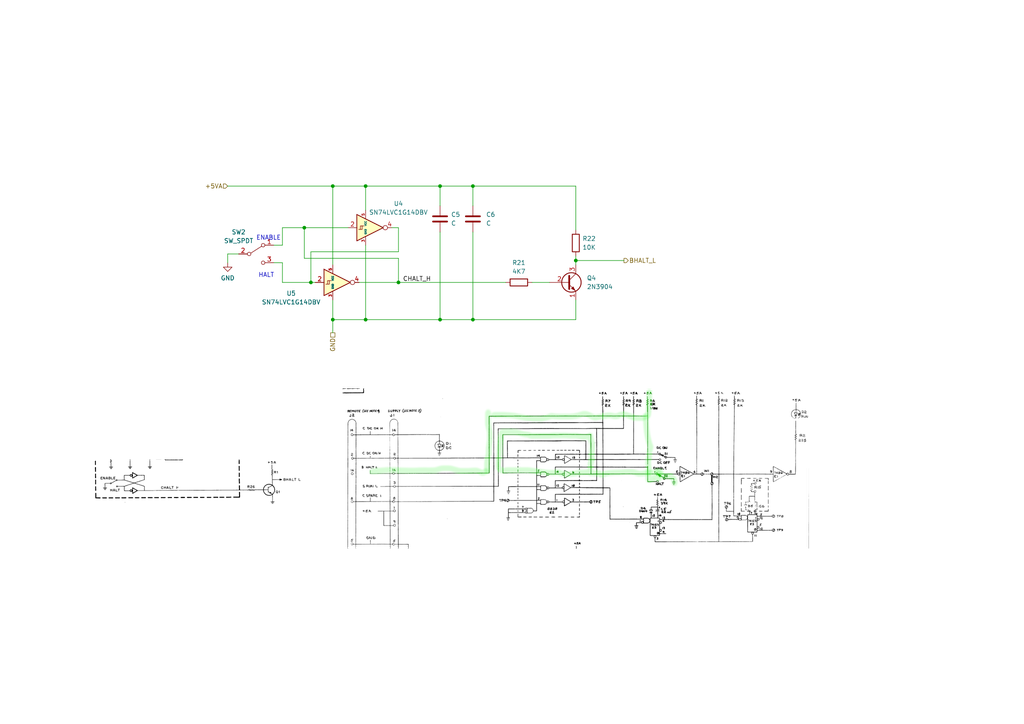
<source format=kicad_sch>
(kicad_sch (version 20230121) (generator eeschema)
  (paper "A4")
  (lib_symbols
    (symbol "74xGxx:SN74LVC1G14DBV"
      (property "Reference" "U" (at -2.54 5.08 0))
      (property "Value" "SN74LVC1G14DBV" (at 10.16 5.08 0))
      (symbol "SN74LVC1G14DBV_0_1"
        (polyline (pts (xy -1.016 0.508) (xy -0.508 0.508)))
        (polyline (pts (xy -2.54 3.81) (xy -2.54 -3.81) (xy 5.08 0) (xy -2.54 3.81)) (stroke (width 0.254)) (fill (type background)))
        (polyline (pts (xy -1.524 -0.508) (xy -1.524 0.508) (xy -1.016 0.508) (xy -1.016 -0.508) (xy -2.032 -0.508)))
        (circle (center 5.715 0) (radius 0.635))
      )
      (symbol "SN74LVC1G14DBV_1_1"
        (pin no_connect line (at 5.08 0 180) (length 2.54) hide (name "NC") (number "1"))
        (pin input line (at -5.08 0 0) (length 2.54) (name "~") (number "2"))
        (pin power_in line (at 0 -5.08 90) (length 2.54) (name "GND") (number "3"))
        (pin output line (at 7.62 0 180) (length 1.27) (name "~") (number "4"))
        (pin power_in line (at 0 5.08 270) (length 2.54) (name "VCC") (number "5"))
      )
    )
    (symbol "Device:C" (pin_numbers hide) (pin_names (offset 0.254))
      (property "Reference" "C" (at 0.635 2.54 0))
      (property "Value" "C" (at 0.635 -2.54 0))
      (symbol "C_0_1"
        (polyline (pts (xy -2.032 -0.762) (xy 2.032 -0.762)) (stroke (width 0.508)))
        (polyline (pts (xy -2.032 0.762) (xy 2.032 0.762)) (stroke (width 0.508)))
      )
      (symbol "C_1_1"
        (pin passive line (at 0 3.81 270) (length 2.794) (name "~") (number "1"))
        (pin passive line (at 0 -3.81 90) (length 2.794) (name "~") (number "2"))
      )
    )
    (symbol "Device:R" (pin_numbers hide) (pin_names (offset 0))
      (property "Reference" "R" (at 2.032 0 90))
      (property "Value" "R" (at 0 0 90))
      (symbol "R_0_1"
        (rectangle (start -1.016 -2.54) (end 1.016 2.54) (stroke (width 0.254)))
      )
      (symbol "R_1_1"
        (pin passive line (at 0 3.81 270) (length 1.27) (name "~") (number "1"))
        (pin passive line (at 0 -3.81 90) (length 1.27) (name "~") (number "2"))
      )
    )
    (symbol "Switch:SW_SPDT" (pin_names (offset 0) hide)
      (property "Reference" "SW" (at 0 4.318 0))
      (property "Value" "SW_SPDT" (at 0 -5.08 0))
      (symbol "SW_SPDT_0_0"
        (circle (center -2.032 0) (radius 0.508))
        (circle (center 2.032 -2.54) (radius 0.508))
      )
      (symbol "SW_SPDT_0_1"
        (polyline (pts (xy -1.524 0.254) (xy 1.651 2.286)))
        (circle (center 2.032 2.54) (radius 0.508))
      )
      (symbol "SW_SPDT_1_1"
        (pin passive line (at 5.08 2.54 180) (length 2.54) (name "A") (number "1"))
        (pin passive line (at -5.08 0 0) (length 2.54) (name "B") (number "2"))
        (pin passive line (at 5.08 -2.54 180) (length 2.54) (name "C") (number "3"))
      )
    )
    (symbol "Transistor_BJT:2N3904" (pin_names (offset 0) hide)
      (property "Reference" "Q" (at 5.08 1.905 0))
      (property "Value" "2N3904" (at 5.08 0 0))
      (symbol "2N3904_0_1"
        (polyline (pts (xy 0.635 0.635) (xy 2.54 2.54)))
        (polyline (pts (xy 0.635 -0.635) (xy 2.54 -2.54) (xy 2.54 -2.54)))
        (polyline (pts (xy 0.635 1.905) (xy 0.635 -1.905) (xy 0.635 -1.905)) (stroke (width 0.508)))
        (polyline (pts (xy 1.27 -1.778) (xy 1.778 -1.27) (xy 2.286 -2.286) (xy 1.27 -1.778) (xy 1.27 -1.778)) (fill (type outline)))
        (circle (center 1.27 0) (radius 2.8194) (stroke (width 0.254)))
      )
      (symbol "2N3904_1_1"
        (pin passive line (at 2.54 -5.08 90) (length 2.54) (name "E") (number "1"))
        (pin passive line (at -5.08 0 0) (length 5.715) (name "B") (number "2"))
        (pin passive line (at 2.54 5.08 270) (length 2.54) (name "C") (number "3"))
      )
    )
    (symbol "power:GND" (power) (pin_names (offset 0))
      (property "Value" "GND" (at 0 -3.81 0))
      (symbol "GND_0_1"
        (polyline (pts (xy 0 0) (xy 0 -1.27) (xy 1.27 -1.27) (xy 0 -2.54) (xy -1.27 -1.27) (xy 0 -1.27)))
      )
      (symbol "GND_1_1"
        (pin power_in line (at 0 0 270) (length 0) hide (name "GND") (number "1"))
      )
    )
  )
  (junction (at 90.17 81.915))
  (junction (at 106.045 53.975))
  (junction (at 96.52 53.975))
  (junction (at 106.045 92.71))
  (junction (at 137.16 92.71))
  (junction (at 115.57 81.915))
  (junction (at 137.16 53.975))
  (junction (at 96.52 92.71))
  (junction (at 167.005 75.565))
  (junction (at 88.265 66.04))
  (junction (at 127.635 92.71))
  (junction (at 127.635 53.975))
  (wire (pts (xy 115.57 73.025) (xy 90.17 73.025)))
  (wire (pts (xy 167.005 53.975) (xy 167.005 66.675)))
  (wire (pts (xy 90.17 73.025) (xy 90.17 81.915)))
  (wire (pts (xy 106.045 92.71) (xy 96.52 92.71)))
  (wire (pts (xy 137.16 53.975) (xy 127.635 53.975)))
  (wire (pts (xy 79.375 76.2) (xy 81.915 76.2)))
  (wire (pts (xy 96.52 92.71) (xy 96.52 96.52)))
  (wire (pts (xy 81.915 71.12) (xy 79.375 71.12)))
  (wire (pts (xy 127.635 67.31) (xy 127.635 92.71)))
  (wire (pts (xy 113.665 66.04) (xy 115.57 66.04)))
  (wire (pts (xy 167.005 75.565) (xy 180.975 75.565)))
  (wire (pts (xy 106.045 71.12) (xy 106.045 92.71)))
  (wire (pts (xy 115.57 66.04) (xy 115.57 73.025)))
  (wire (pts (xy 96.52 92.71) (xy 96.52 86.995)))
  (wire (pts (xy 88.265 74.93) (xy 88.265 66.04)))
  (wire (pts (xy 81.915 66.04) (xy 88.265 66.04)))
  (wire (pts (xy 106.045 53.975) (xy 106.045 60.96)))
  (wire (pts (xy 115.57 81.915) (xy 146.685 81.915)))
  (wire (pts (xy 167.005 74.295) (xy 167.005 75.565)))
  (wire (pts (xy 66.04 53.975) (xy 96.52 53.975)))
  (wire (pts (xy 137.16 92.71) (xy 167.005 92.71)))
  (wire (pts (xy 127.635 53.975) (xy 127.635 59.69)))
  (wire (pts (xy 115.57 81.915) (xy 115.57 74.93)))
  (wire (pts (xy 106.045 92.71) (xy 127.635 92.71)))
  (wire (pts (xy 96.52 53.975) (xy 106.045 53.975)))
  (wire (pts (xy 127.635 53.975) (xy 106.045 53.975)))
  (wire (pts (xy 66.04 73.66) (xy 69.215 73.66)))
  (wire (pts (xy 81.915 76.2) (xy 81.915 81.915)))
  (wire (pts (xy 115.57 74.93) (xy 88.265 74.93)))
  (wire (pts (xy 137.16 53.975) (xy 137.16 59.69)))
  (wire (pts (xy 167.005 86.995) (xy 167.005 92.71)))
  (wire (pts (xy 167.005 75.565) (xy 167.005 76.835)))
  (wire (pts (xy 81.915 81.915) (xy 90.17 81.915)))
  (wire (pts (xy 127.635 92.71) (xy 137.16 92.71)))
  (wire (pts (xy 96.52 53.975) (xy 96.52 76.835)))
  (wire (pts (xy 66.04 76.2) (xy 66.04 73.66)))
  (wire (pts (xy 104.14 81.915) (xy 115.57 81.915)))
  (wire (pts (xy 88.265 66.04) (xy 100.965 66.04)))
  (wire (pts (xy 154.305 81.915) (xy 159.385 81.915)))
  (wire (pts (xy 90.17 81.915) (xy 91.44 81.915)))
  (wire (pts (xy 167.005 53.975) (xy 137.16 53.975)))
  (wire (pts (xy 137.16 67.31) (xy 137.16 92.71)))
  (wire (pts (xy 81.915 66.04) (xy 81.915 71.12)))
  (image (at 56.515 140.335) (scale 0.518426))
  (image (at 167.005 135.89) (scale 0.5196))
  (text "HALT" (at 74.93 80.645 0) (effects (font (size 1.27 1.27)) (justify left bottom)))
  (text "ENABLE" (at 74.295 69.85 0) (effects (font (size 1.27 1.27)) (justify left bottom)))
  (label "CHALT_H" (at 116.84 81.915 0))
  (hierarchical_label "GND" (shape passive) (at 96.52 96.52 270))
  (hierarchical_label "BHALT_L" (shape output) (at 180.975 75.565 0))
  (hierarchical_label "+5VA" (shape input) (at 66.04 53.975 180))
  (symbol (lib_id "74xGxx:SN74LVC1G14DBV") (at 96.52 81.915 0) (unit 1)
    (property "Reference" "U5" (at 84.455 85.09 0))
    (property "Value" "SN74LVC1G14DBV" (at 84.455 87.63 0))
    (property "Footprint" "Package_TO_SOT_SMD:SOT-23-5" (effects hide))
    (property "Datasheet" "http://www.ti.com/lit/ds/symlink/sn74lvc1g14.pdf" (effects hide))
  )
  (symbol (lib_id "74xGxx:SN74LVC1G14DBV") (at 106.045 66.04 0) (unit 1)
    (property "Reference" "U4" (at 115.57 59.055 0))
    (property "Value" "SN74LVC1G14DBV" (at 115.57 61.595 0))
    (property "Footprint" "Package_TO_SOT_SMD:SOT-23-5" (effects hide))
    (property "Datasheet" "http://www.ti.com/lit/ds/symlink/sn74lvc1g14.pdf" (effects hide))
  )
  (symbol (lib_id "Device:R") (at 167.005 70.485 180) (unit 1)
    (property "Reference" "R22" (at 168.91 69.215 0) (effects (justify right)))
    (property "Value" "10K" (at 168.91 71.755 0) (effects (justify right)))
  )
  (symbol (lib_id "Device:C") (at 127.635 63.5 0) (unit 1)
    (property "Reference" "C5" (at 130.81 62.23 0) (effects (justify left)))
    (property "Value" "C" (at 130.81 64.77 0) (effects (justify left)))
  )
  (symbol (lib_id "Switch:SW_SPDT") (at 74.295 73.66 0) (unit 1)
    (property "Reference" "SW2" (at 69.215 67.31 0))
    (property "Value" "SW_SPDT" (at 69.215 69.85 0))
  )
  (symbol (lib_id "power:GND") (at 66.04 76.2 0) (unit 1)
    (property "Reference" "#PWR0109" (effects hide))
    (property "Value" "GND" (at 66.04 80.645 0))
  )
  (symbol (lib_id "Transistor_BJT:2N3904") (at 164.465 81.915 0) (unit 1)
    (property "Reference" "Q4" (at 170.18 80.6449 0) (effects (justify left)))
    (property "Value" "2N3904" (at 170.18 83.1849 0) (effects (justify left)))
    (property "Footprint" "Package_TO_SOT_THT:TO-92_Inline" (effects hide))
    (property "Datasheet" "https://www.onsemi.com/pub/Collateral/2N3903-D.PDF" (effects hide))
  )
  (symbol (lib_id "Device:C") (at 137.16 63.5 0) (unit 1)
    (property "Reference" "C6" (at 140.97 62.23 0) (effects (justify left)))
    (property "Value" "C" (at 140.97 64.77 0) (effects (justify left)))
  )
  (symbol (lib_id "Device:R") (at 150.495 81.915 90) (unit 1)
    (property "Reference" "R21" (at 150.495 76.2 90))
    (property "Value" "4K7" (at 150.495 78.74 90))
  )
)
</source>
